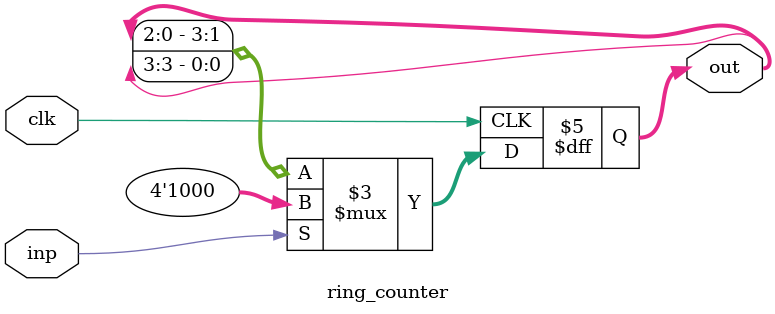
<source format=v>






module ring_counter (clk,inp,out);

	input clk;
	input  inp;
	output reg [3:0] out;
	always@(posedge clk)
	begin
		if(inp)
			out <= 4'b1000;	
		else
			out <= { out[2:0],out[3]};
	end
	
endmodule 
</source>
